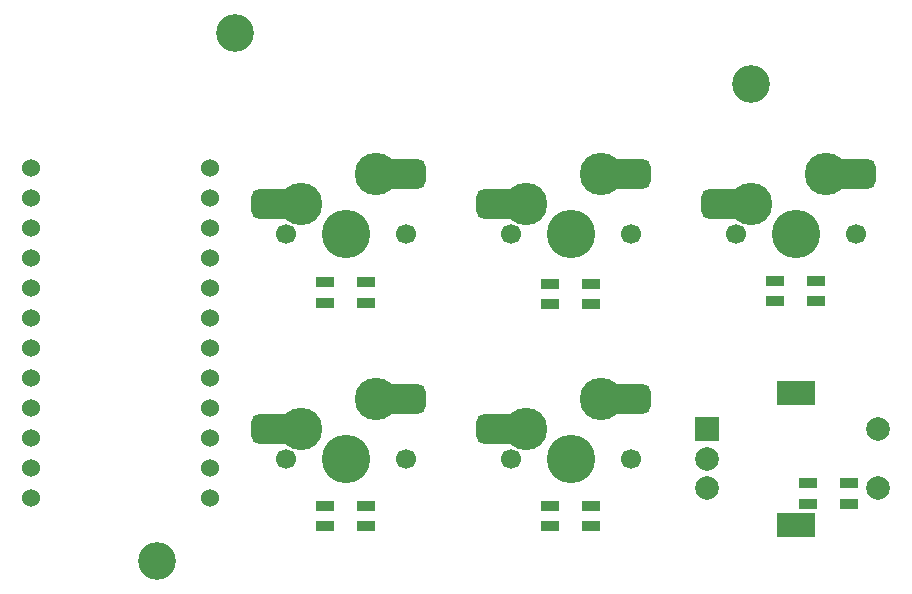
<source format=gbr>
%TF.GenerationSoftware,KiCad,Pcbnew,(6.0.1-0)*%
%TF.CreationDate,2023-10-08T20:28:28-07:00*%
%TF.ProjectId,pizzapad,70697a7a-6170-4616-942e-6b696361645f,rev?*%
%TF.SameCoordinates,Original*%
%TF.FileFunction,Soldermask,Bot*%
%TF.FilePolarity,Negative*%
%FSLAX46Y46*%
G04 Gerber Fmt 4.6, Leading zero omitted, Abs format (unit mm)*
G04 Created by KiCad (PCBNEW (6.0.1-0)) date 2023-10-08 20:28:28*
%MOMM*%
%LPD*%
G01*
G04 APERTURE LIST*
G04 Aperture macros list*
%AMRoundRect*
0 Rectangle with rounded corners*
0 $1 Rounding radius*
0 $2 $3 $4 $5 $6 $7 $8 $9 X,Y pos of 4 corners*
0 Add a 4 corners polygon primitive as box body*
4,1,4,$2,$3,$4,$5,$6,$7,$8,$9,$2,$3,0*
0 Add four circle primitives for the rounded corners*
1,1,$1+$1,$2,$3*
1,1,$1+$1,$4,$5*
1,1,$1+$1,$6,$7*
1,1,$1+$1,$8,$9*
0 Add four rect primitives between the rounded corners*
20,1,$1+$1,$2,$3,$4,$5,0*
20,1,$1+$1,$4,$5,$6,$7,0*
20,1,$1+$1,$6,$7,$8,$9,0*
20,1,$1+$1,$8,$9,$2,$3,0*%
G04 Aperture macros list end*
%ADD10C,1.524000*%
%ADD11R,2.000000X2.000000*%
%ADD12C,2.000000*%
%ADD13R,3.200000X2.000000*%
%ADD14C,3.200000*%
%ADD15R,1.600000X0.850000*%
%ADD16C,4.100000*%
%ADD17C,1.700000*%
%ADD18C,3.600000*%
%ADD19RoundRect,0.625000X1.125000X0.625000X-1.125000X0.625000X-1.125000X-0.625000X1.125000X-0.625000X0*%
G04 APERTURE END LIST*
D10*
%TO.C,B1*%
X137648000Y-101600000D03*
X137648000Y-104140000D03*
X137648000Y-106680000D03*
X137648000Y-109220000D03*
X137648000Y-111760000D03*
X137648000Y-114300000D03*
X137648000Y-116840000D03*
X137648000Y-119380000D03*
X137648000Y-121920000D03*
X137648000Y-124460000D03*
X137648000Y-127000000D03*
X137648000Y-129540000D03*
X122428000Y-129540000D03*
X122428000Y-127000000D03*
X122428000Y-124460000D03*
X122428000Y-121920000D03*
X122428000Y-119380000D03*
X122428000Y-116840000D03*
X122428000Y-114300000D03*
X122428000Y-111760000D03*
X122428000Y-109220000D03*
X122428000Y-106680000D03*
X122428000Y-104140000D03*
X122428000Y-101600000D03*
%TD*%
D11*
%TO.C,RE_3_1*%
X179694000Y-123738000D03*
D12*
X179694000Y-128738000D03*
X179694000Y-126238000D03*
D13*
X187194000Y-131838000D03*
X187194000Y-120638000D03*
D12*
X194194000Y-128738000D03*
X194194000Y-123738000D03*
%TD*%
D14*
%TO.C,H1*%
X139700000Y-90170000D03*
%TD*%
%TO.C,H2*%
X183388000Y-94488000D03*
%TD*%
%TO.C,H0*%
X133096000Y-134874000D03*
%TD*%
D15*
%TO.C,LED0*%
X150848000Y-111280000D03*
X150848000Y-113030000D03*
X147348000Y-113030000D03*
X147348000Y-111280000D03*
%TD*%
%TO.C,LED2*%
X188948000Y-111139000D03*
X188948000Y-112889000D03*
X185448000Y-112889000D03*
X185448000Y-111139000D03*
%TD*%
%TO.C,LED1*%
X169898000Y-111393000D03*
X169898000Y-113143000D03*
X166398000Y-113143000D03*
X166398000Y-111393000D03*
%TD*%
%TO.C,LED4*%
X166398000Y-131939000D03*
X166398000Y-130189000D03*
X169898000Y-130189000D03*
X169898000Y-131939000D03*
%TD*%
%TO.C,LED5*%
X188214000Y-130020000D03*
X188214000Y-128270000D03*
X191714000Y-128270000D03*
X191714000Y-130020000D03*
%TD*%
D16*
%TO.C,S4*%
X168148000Y-126238000D03*
D17*
X173228000Y-126238000D03*
X163068000Y-126238000D03*
D18*
X170688000Y-121158000D03*
X164338000Y-123698000D03*
D19*
X173148000Y-121158000D03*
X161948000Y-123698000D03*
%TD*%
D17*
%TO.C,S0*%
X144018000Y-107188000D03*
X154178000Y-107188000D03*
D16*
X149098000Y-107188000D03*
D18*
X151638000Y-102108000D03*
X145288000Y-104648000D03*
D19*
X154098000Y-102108000D03*
X142898000Y-104648000D03*
%TD*%
D15*
%TO.C,LED3*%
X147348000Y-131939000D03*
X147348000Y-130189000D03*
X150848000Y-130189000D03*
X150848000Y-131939000D03*
%TD*%
D17*
%TO.C,S3*%
X144018000Y-126238000D03*
X154178000Y-126238000D03*
D16*
X149098000Y-126238000D03*
D18*
X151638000Y-121158000D03*
X145288000Y-123698000D03*
D19*
X154098000Y-121158000D03*
X142898000Y-123698000D03*
%TD*%
D16*
%TO.C,S2*%
X187198000Y-107188000D03*
D17*
X192278000Y-107188000D03*
X182118000Y-107188000D03*
D18*
X189738000Y-102108000D03*
X183388000Y-104648000D03*
D19*
X192198000Y-102108000D03*
X180998000Y-104648000D03*
%TD*%
D17*
%TO.C,S1*%
X173228000Y-107188000D03*
D16*
X168148000Y-107188000D03*
D17*
X163068000Y-107188000D03*
D18*
X170688000Y-102108000D03*
X164338000Y-104648000D03*
D19*
X173148000Y-102108000D03*
X161948000Y-104648000D03*
%TD*%
M02*

</source>
